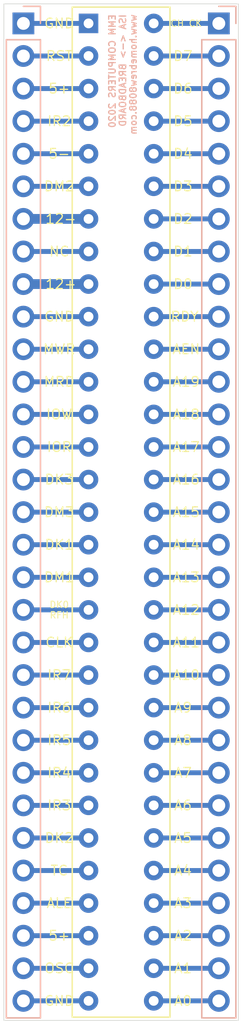
<source format=kicad_pcb>
(kicad_pcb (version 20171130) (host pcbnew "(5.1.8)-1")

  (general
    (thickness 1.6)
    (drawings 67)
    (tracks 62)
    (zones 0)
    (modules 3)
    (nets 63)
  )

  (page A4)
  (layers
    (0 F.Cu signal)
    (31 B.Cu signal)
    (32 B.Adhes user)
    (33 F.Adhes user)
    (34 B.Paste user)
    (35 F.Paste user)
    (36 B.SilkS user)
    (37 F.SilkS user)
    (38 B.Mask user)
    (39 F.Mask user)
    (40 Dwgs.User user)
    (41 Cmts.User user)
    (42 Eco1.User user)
    (43 Eco2.User user)
    (44 Edge.Cuts user)
    (45 Margin user)
    (46 B.CrtYd user)
    (47 F.CrtYd user)
    (48 B.Fab user)
    (49 F.Fab user)
  )

  (setup
    (last_trace_width 0.25)
    (trace_clearance 0.2)
    (zone_clearance 0.508)
    (zone_45_only no)
    (trace_min 0.2)
    (via_size 0.8)
    (via_drill 0.4)
    (via_min_size 0.4)
    (via_min_drill 0.3)
    (uvia_size 0.3)
    (uvia_drill 0.1)
    (uvias_allowed no)
    (uvia_min_size 0.2)
    (uvia_min_drill 0.1)
    (edge_width 0.05)
    (segment_width 0.2)
    (pcb_text_width 0.3)
    (pcb_text_size 1.5 1.5)
    (mod_edge_width 0.12)
    (mod_text_size 1 1)
    (mod_text_width 0.15)
    (pad_size 1.524 1.524)
    (pad_drill 0.762)
    (pad_to_mask_clearance 0)
    (aux_axis_origin 0 0)
    (visible_elements 7FFFFFFF)
    (pcbplotparams
      (layerselection 0x010fc_ffffffff)
      (usegerberextensions false)
      (usegerberattributes true)
      (usegerberadvancedattributes true)
      (creategerberjobfile true)
      (excludeedgelayer true)
      (linewidth 0.100000)
      (plotframeref false)
      (viasonmask false)
      (mode 1)
      (useauxorigin false)
      (hpglpennumber 1)
      (hpglpenspeed 20)
      (hpglpendiameter 15.000000)
      (psnegative false)
      (psa4output false)
      (plotreference true)
      (plotvalue true)
      (plotinvisibletext false)
      (padsonsilk false)
      (subtractmaskfromsilk false)
      (outputformat 1)
      (mirror false)
      (drillshape 0)
      (scaleselection 1)
      (outputdirectory "Gerber/"))
  )

  (net 0 "")
  (net 1 "Net-(J1-Pad31)")
  (net 2 "Net-(J1-Pad30)")
  (net 3 "Net-(J1-Pad29)")
  (net 4 "Net-(J1-Pad28)")
  (net 5 "Net-(J1-Pad27)")
  (net 6 "Net-(J1-Pad26)")
  (net 7 "Net-(J1-Pad25)")
  (net 8 "Net-(J1-Pad24)")
  (net 9 "Net-(J1-Pad23)")
  (net 10 "Net-(J1-Pad22)")
  (net 11 "Net-(J1-Pad21)")
  (net 12 "Net-(J1-Pad20)")
  (net 13 "Net-(J1-Pad19)")
  (net 14 "Net-(J1-Pad18)")
  (net 15 "Net-(J1-Pad17)")
  (net 16 "Net-(J1-Pad16)")
  (net 17 "Net-(J1-Pad15)")
  (net 18 "Net-(J1-Pad14)")
  (net 19 "Net-(J1-Pad13)")
  (net 20 "Net-(J1-Pad12)")
  (net 21 "Net-(J1-Pad11)")
  (net 22 "Net-(J1-Pad10)")
  (net 23 "Net-(J1-Pad9)")
  (net 24 "Net-(J1-Pad8)")
  (net 25 "Net-(J1-Pad7)")
  (net 26 "Net-(J1-Pad6)")
  (net 27 "Net-(J1-Pad5)")
  (net 28 "Net-(J1-Pad4)")
  (net 29 "Net-(J1-Pad3)")
  (net 30 "Net-(J1-Pad2)")
  (net 31 "Net-(J1-Pad1)")
  (net 32 "Net-(J2-Pad32)")
  (net 33 "Net-(J2-Pad33)")
  (net 34 "Net-(J2-Pad34)")
  (net 35 "Net-(J2-Pad35)")
  (net 36 "Net-(J2-Pad36)")
  (net 37 "Net-(J2-Pad37)")
  (net 38 "Net-(J2-Pad38)")
  (net 39 "Net-(J2-Pad39)")
  (net 40 "Net-(J2-Pad40)")
  (net 41 "Net-(J2-Pad41)")
  (net 42 "Net-(J2-Pad42)")
  (net 43 "Net-(J2-Pad43)")
  (net 44 "Net-(J2-Pad44)")
  (net 45 "Net-(J2-Pad45)")
  (net 46 "Net-(J2-Pad46)")
  (net 47 "Net-(J2-Pad47)")
  (net 48 "Net-(J2-Pad48)")
  (net 49 "Net-(J2-Pad49)")
  (net 50 "Net-(J2-Pad50)")
  (net 51 "Net-(J2-Pad51)")
  (net 52 "Net-(J2-Pad52)")
  (net 53 "Net-(J2-Pad53)")
  (net 54 "Net-(J2-Pad54)")
  (net 55 "Net-(J2-Pad55)")
  (net 56 "Net-(J2-Pad56)")
  (net 57 "Net-(J2-Pad57)")
  (net 58 "Net-(J2-Pad58)")
  (net 59 "Net-(J2-Pad59)")
  (net 60 "Net-(J2-Pad60)")
  (net 61 "Net-(J2-Pad61)")
  (net 62 "Net-(J2-Pad62)")

  (net_class Default "This is the default net class."
    (clearance 0.2)
    (trace_width 0.25)
    (via_dia 0.8)
    (via_drill 0.4)
    (uvia_dia 0.3)
    (uvia_drill 0.1)
    (add_net "Net-(J1-Pad1)")
    (add_net "Net-(J1-Pad10)")
    (add_net "Net-(J1-Pad11)")
    (add_net "Net-(J1-Pad12)")
    (add_net "Net-(J1-Pad13)")
    (add_net "Net-(J1-Pad14)")
    (add_net "Net-(J1-Pad15)")
    (add_net "Net-(J1-Pad16)")
    (add_net "Net-(J1-Pad17)")
    (add_net "Net-(J1-Pad18)")
    (add_net "Net-(J1-Pad19)")
    (add_net "Net-(J1-Pad2)")
    (add_net "Net-(J1-Pad20)")
    (add_net "Net-(J1-Pad21)")
    (add_net "Net-(J1-Pad22)")
    (add_net "Net-(J1-Pad23)")
    (add_net "Net-(J1-Pad24)")
    (add_net "Net-(J1-Pad25)")
    (add_net "Net-(J1-Pad26)")
    (add_net "Net-(J1-Pad27)")
    (add_net "Net-(J1-Pad28)")
    (add_net "Net-(J1-Pad29)")
    (add_net "Net-(J1-Pad3)")
    (add_net "Net-(J1-Pad30)")
    (add_net "Net-(J1-Pad31)")
    (add_net "Net-(J1-Pad4)")
    (add_net "Net-(J1-Pad5)")
    (add_net "Net-(J1-Pad6)")
    (add_net "Net-(J1-Pad7)")
    (add_net "Net-(J1-Pad8)")
    (add_net "Net-(J1-Pad9)")
    (add_net "Net-(J2-Pad32)")
    (add_net "Net-(J2-Pad33)")
    (add_net "Net-(J2-Pad34)")
    (add_net "Net-(J2-Pad35)")
    (add_net "Net-(J2-Pad36)")
    (add_net "Net-(J2-Pad37)")
    (add_net "Net-(J2-Pad38)")
    (add_net "Net-(J2-Pad39)")
    (add_net "Net-(J2-Pad40)")
    (add_net "Net-(J2-Pad41)")
    (add_net "Net-(J2-Pad42)")
    (add_net "Net-(J2-Pad43)")
    (add_net "Net-(J2-Pad44)")
    (add_net "Net-(J2-Pad45)")
    (add_net "Net-(J2-Pad46)")
    (add_net "Net-(J2-Pad47)")
    (add_net "Net-(J2-Pad48)")
    (add_net "Net-(J2-Pad49)")
    (add_net "Net-(J2-Pad50)")
    (add_net "Net-(J2-Pad51)")
    (add_net "Net-(J2-Pad52)")
    (add_net "Net-(J2-Pad53)")
    (add_net "Net-(J2-Pad54)")
    (add_net "Net-(J2-Pad55)")
    (add_net "Net-(J2-Pad56)")
    (add_net "Net-(J2-Pad57)")
    (add_net "Net-(J2-Pad58)")
    (add_net "Net-(J2-Pad59)")
    (add_net "Net-(J2-Pad60)")
    (add_net "Net-(J2-Pad61)")
    (add_net "Net-(J2-Pad62)")
  )

  (module Connector_PinHeader_2.54mm:PinHeader_1x31_P2.54mm_Vertical (layer B.Cu) (tedit 59FED5CC) (tstamp 5FE7BBCB)
    (at 160.02 60.96 180)
    (descr "Through hole straight pin header, 1x31, 2.54mm pitch, single row")
    (tags "Through hole pin header THT 1x31 2.54mm single row")
    (path /5FE7815E)
    (fp_text reference J1 (at 0 2.33) (layer B.SilkS) hide
      (effects (font (size 1 1) (thickness 0.15)) (justify mirror))
    )
    (fp_text value Conn_01x31 (at 0 -78.53) (layer B.Fab) hide
      (effects (font (size 1 1) (thickness 0.15)) (justify mirror))
    )
    (fp_line (start 1.8 1.8) (end -1.8 1.8) (layer B.CrtYd) (width 0.05))
    (fp_line (start 1.8 -78) (end 1.8 1.8) (layer B.CrtYd) (width 0.05))
    (fp_line (start -1.8 -78) (end 1.8 -78) (layer B.CrtYd) (width 0.05))
    (fp_line (start -1.8 1.8) (end -1.8 -78) (layer B.CrtYd) (width 0.05))
    (fp_line (start -1.33 1.33) (end 0 1.33) (layer B.SilkS) (width 0.12))
    (fp_line (start -1.33 0) (end -1.33 1.33) (layer B.SilkS) (width 0.12))
    (fp_line (start -1.33 -1.27) (end 1.33 -1.27) (layer B.SilkS) (width 0.12))
    (fp_line (start 1.33 -1.27) (end 1.33 -77.53) (layer B.SilkS) (width 0.12))
    (fp_line (start -1.33 -1.27) (end -1.33 -77.53) (layer B.SilkS) (width 0.12))
    (fp_line (start -1.33 -77.53) (end 1.33 -77.53) (layer B.SilkS) (width 0.12))
    (fp_line (start -1.27 0.635) (end -0.635 1.27) (layer B.Fab) (width 0.1))
    (fp_line (start -1.27 -77.47) (end -1.27 0.635) (layer B.Fab) (width 0.1))
    (fp_line (start 1.27 -77.47) (end -1.27 -77.47) (layer B.Fab) (width 0.1))
    (fp_line (start 1.27 1.27) (end 1.27 -77.47) (layer B.Fab) (width 0.1))
    (fp_line (start -0.635 1.27) (end 1.27 1.27) (layer B.Fab) (width 0.1))
    (fp_text user %R (at 0 -38.1 270) (layer B.Fab) hide
      (effects (font (size 1 1) (thickness 0.15)) (justify mirror))
    )
    (pad 31 thru_hole oval (at 0 -76.2 180) (size 1.7 1.7) (drill 1) (layers *.Cu *.Mask)
      (net 1 "Net-(J1-Pad31)"))
    (pad 30 thru_hole oval (at 0 -73.66 180) (size 1.7 1.7) (drill 1) (layers *.Cu *.Mask)
      (net 2 "Net-(J1-Pad30)"))
    (pad 29 thru_hole oval (at 0 -71.12 180) (size 1.7 1.7) (drill 1) (layers *.Cu *.Mask)
      (net 3 "Net-(J1-Pad29)"))
    (pad 28 thru_hole oval (at 0 -68.58 180) (size 1.7 1.7) (drill 1) (layers *.Cu *.Mask)
      (net 4 "Net-(J1-Pad28)"))
    (pad 27 thru_hole oval (at 0 -66.04 180) (size 1.7 1.7) (drill 1) (layers *.Cu *.Mask)
      (net 5 "Net-(J1-Pad27)"))
    (pad 26 thru_hole oval (at 0 -63.5 180) (size 1.7 1.7) (drill 1) (layers *.Cu *.Mask)
      (net 6 "Net-(J1-Pad26)"))
    (pad 25 thru_hole oval (at 0 -60.96 180) (size 1.7 1.7) (drill 1) (layers *.Cu *.Mask)
      (net 7 "Net-(J1-Pad25)"))
    (pad 24 thru_hole oval (at 0 -58.42 180) (size 1.7 1.7) (drill 1) (layers *.Cu *.Mask)
      (net 8 "Net-(J1-Pad24)"))
    (pad 23 thru_hole oval (at 0 -55.88 180) (size 1.7 1.7) (drill 1) (layers *.Cu *.Mask)
      (net 9 "Net-(J1-Pad23)"))
    (pad 22 thru_hole oval (at 0 -53.34 180) (size 1.7 1.7) (drill 1) (layers *.Cu *.Mask)
      (net 10 "Net-(J1-Pad22)"))
    (pad 21 thru_hole oval (at 0 -50.8 180) (size 1.7 1.7) (drill 1) (layers *.Cu *.Mask)
      (net 11 "Net-(J1-Pad21)"))
    (pad 20 thru_hole oval (at 0 -48.26 180) (size 1.7 1.7) (drill 1) (layers *.Cu *.Mask)
      (net 12 "Net-(J1-Pad20)"))
    (pad 19 thru_hole oval (at 0 -45.72 180) (size 1.7 1.7) (drill 1) (layers *.Cu *.Mask)
      (net 13 "Net-(J1-Pad19)"))
    (pad 18 thru_hole oval (at 0 -43.18 180) (size 1.7 1.7) (drill 1) (layers *.Cu *.Mask)
      (net 14 "Net-(J1-Pad18)"))
    (pad 17 thru_hole oval (at 0 -40.64 180) (size 1.7 1.7) (drill 1) (layers *.Cu *.Mask)
      (net 15 "Net-(J1-Pad17)"))
    (pad 16 thru_hole oval (at 0 -38.1 180) (size 1.7 1.7) (drill 1) (layers *.Cu *.Mask)
      (net 16 "Net-(J1-Pad16)"))
    (pad 15 thru_hole oval (at 0 -35.56 180) (size 1.7 1.7) (drill 1) (layers *.Cu *.Mask)
      (net 17 "Net-(J1-Pad15)"))
    (pad 14 thru_hole oval (at 0 -33.02 180) (size 1.7 1.7) (drill 1) (layers *.Cu *.Mask)
      (net 18 "Net-(J1-Pad14)"))
    (pad 13 thru_hole oval (at 0 -30.48 180) (size 1.7 1.7) (drill 1) (layers *.Cu *.Mask)
      (net 19 "Net-(J1-Pad13)"))
    (pad 12 thru_hole oval (at 0 -27.94 180) (size 1.7 1.7) (drill 1) (layers *.Cu *.Mask)
      (net 20 "Net-(J1-Pad12)"))
    (pad 11 thru_hole oval (at 0 -25.4 180) (size 1.7 1.7) (drill 1) (layers *.Cu *.Mask)
      (net 21 "Net-(J1-Pad11)"))
    (pad 10 thru_hole oval (at 0 -22.86 180) (size 1.7 1.7) (drill 1) (layers *.Cu *.Mask)
      (net 22 "Net-(J1-Pad10)"))
    (pad 9 thru_hole oval (at 0 -20.32 180) (size 1.7 1.7) (drill 1) (layers *.Cu *.Mask)
      (net 23 "Net-(J1-Pad9)"))
    (pad 8 thru_hole oval (at 0 -17.78 180) (size 1.7 1.7) (drill 1) (layers *.Cu *.Mask)
      (net 24 "Net-(J1-Pad8)"))
    (pad 7 thru_hole oval (at 0 -15.24 180) (size 1.7 1.7) (drill 1) (layers *.Cu *.Mask)
      (net 25 "Net-(J1-Pad7)"))
    (pad 6 thru_hole oval (at 0 -12.7 180) (size 1.7 1.7) (drill 1) (layers *.Cu *.Mask)
      (net 26 "Net-(J1-Pad6)"))
    (pad 5 thru_hole oval (at 0 -10.16 180) (size 1.7 1.7) (drill 1) (layers *.Cu *.Mask)
      (net 27 "Net-(J1-Pad5)"))
    (pad 4 thru_hole oval (at 0 -7.62 180) (size 1.7 1.7) (drill 1) (layers *.Cu *.Mask)
      (net 28 "Net-(J1-Pad4)"))
    (pad 3 thru_hole oval (at 0 -5.08 180) (size 1.7 1.7) (drill 1) (layers *.Cu *.Mask)
      (net 29 "Net-(J1-Pad3)"))
    (pad 2 thru_hole oval (at 0 -2.54 180) (size 1.7 1.7) (drill 1) (layers *.Cu *.Mask)
      (net 30 "Net-(J1-Pad2)"))
    (pad 1 thru_hole rect (at 0 0 180) (size 1.7 1.7) (drill 1) (layers *.Cu *.Mask)
      (net 31 "Net-(J1-Pad1)"))
    (model ${KISYS3DMOD}/Connector_PinHeader_2.54mm.3dshapes/PinHeader_1x31_P2.54mm_Vertical.wrl
      (at (xyz 0 0 0))
      (scale (xyz 1 1 1))
      (rotate (xyz 0 0 0))
    )
  )

  (module Motherboard:8-bit-ISA (layer F.Cu) (tedit 5FB96B69) (tstamp 5FE7BC11)
    (at 165.1 60.96)
    (path /5FE75512)
    (fp_text reference J2 (at 1.27 -6.35) (layer F.SilkS) hide
      (effects (font (size 1 1) (thickness 0.15)))
    )
    (fp_text value Bus_ISA_8bit (at 2.54 -2.54) (layer F.Fab) hide
      (effects (font (size 1 1) (thickness 0.15)))
    )
    (fp_line (start -1.27 77.47) (end 6.35 77.47) (layer F.SilkS) (width 0.12))
    (fp_line (start 6.35 77.47) (end 6.35 -1.27) (layer F.SilkS) (width 0.12))
    (fp_line (start 6.35 -1.27) (end -1.27 -1.27) (layer F.SilkS) (width 0.12))
    (fp_line (start -1.27 -1.27) (end -1.27 77.47) (layer F.SilkS) (width 0.12))
    (pad 1 thru_hole rect (at 0 0) (size 1.524 1.524) (drill 0.762) (layers *.Cu *.Mask)
      (net 31 "Net-(J1-Pad1)"))
    (pad 2 thru_hole circle (at 0 2.54) (size 1.524 1.524) (drill 0.762) (layers *.Cu *.Mask)
      (net 30 "Net-(J1-Pad2)"))
    (pad 3 thru_hole circle (at 0 5.08) (size 1.524 1.524) (drill 0.762) (layers *.Cu *.Mask)
      (net 29 "Net-(J1-Pad3)"))
    (pad 4 thru_hole circle (at 0 7.62) (size 1.524 1.524) (drill 0.762) (layers *.Cu *.Mask)
      (net 28 "Net-(J1-Pad4)"))
    (pad 5 thru_hole circle (at 0 10.16) (size 1.524 1.524) (drill 0.762) (layers *.Cu *.Mask)
      (net 27 "Net-(J1-Pad5)"))
    (pad 6 thru_hole circle (at 0 12.7) (size 1.524 1.524) (drill 0.762) (layers *.Cu *.Mask)
      (net 26 "Net-(J1-Pad6)"))
    (pad 7 thru_hole circle (at 0 15.24) (size 1.524 1.524) (drill 0.762) (layers *.Cu *.Mask)
      (net 25 "Net-(J1-Pad7)"))
    (pad 8 thru_hole circle (at 0 17.78) (size 1.524 1.524) (drill 0.762) (layers *.Cu *.Mask)
      (net 24 "Net-(J1-Pad8)"))
    (pad 9 thru_hole circle (at 0 20.32) (size 1.524 1.524) (drill 0.762) (layers *.Cu *.Mask)
      (net 23 "Net-(J1-Pad9)"))
    (pad 10 thru_hole circle (at 0 22.86) (size 1.524 1.524) (drill 0.762) (layers *.Cu *.Mask)
      (net 22 "Net-(J1-Pad10)"))
    (pad 11 thru_hole circle (at 0 25.4) (size 1.524 1.524) (drill 0.762) (layers *.Cu *.Mask)
      (net 21 "Net-(J1-Pad11)"))
    (pad 12 thru_hole circle (at 0 27.94) (size 1.524 1.524) (drill 0.762) (layers *.Cu *.Mask)
      (net 20 "Net-(J1-Pad12)"))
    (pad 13 thru_hole circle (at 0 30.48) (size 1.524 1.524) (drill 0.762) (layers *.Cu *.Mask)
      (net 19 "Net-(J1-Pad13)"))
    (pad 14 thru_hole circle (at 0 33.02) (size 1.524 1.524) (drill 0.762) (layers *.Cu *.Mask)
      (net 18 "Net-(J1-Pad14)"))
    (pad 15 thru_hole circle (at 0 35.56) (size 1.524 1.524) (drill 0.762) (layers *.Cu *.Mask)
      (net 17 "Net-(J1-Pad15)"))
    (pad 16 thru_hole circle (at 0 38.1) (size 1.524 1.524) (drill 0.762) (layers *.Cu *.Mask)
      (net 16 "Net-(J1-Pad16)"))
    (pad 17 thru_hole circle (at 0 40.64) (size 1.524 1.524) (drill 0.762) (layers *.Cu *.Mask)
      (net 15 "Net-(J1-Pad17)"))
    (pad 18 thru_hole circle (at 0 43.18) (size 1.524 1.524) (drill 0.762) (layers *.Cu *.Mask)
      (net 14 "Net-(J1-Pad18)"))
    (pad 19 thru_hole circle (at 0 45.72) (size 1.524 1.524) (drill 0.762) (layers *.Cu *.Mask)
      (net 13 "Net-(J1-Pad19)"))
    (pad 20 thru_hole circle (at 0 48.26) (size 1.524 1.524) (drill 0.762) (layers *.Cu *.Mask)
      (net 12 "Net-(J1-Pad20)"))
    (pad 21 thru_hole circle (at 0 50.8) (size 1.524 1.524) (drill 0.762) (layers *.Cu *.Mask)
      (net 11 "Net-(J1-Pad21)"))
    (pad 22 thru_hole circle (at 0 53.34) (size 1.524 1.524) (drill 0.762) (layers *.Cu *.Mask)
      (net 10 "Net-(J1-Pad22)"))
    (pad 23 thru_hole circle (at 0 55.88) (size 1.524 1.524) (drill 0.762) (layers *.Cu *.Mask)
      (net 9 "Net-(J1-Pad23)"))
    (pad 24 thru_hole circle (at 0 58.42) (size 1.524 1.524) (drill 0.762) (layers *.Cu *.Mask)
      (net 8 "Net-(J1-Pad24)"))
    (pad 25 thru_hole circle (at 0 60.96) (size 1.524 1.524) (drill 0.762) (layers *.Cu *.Mask)
      (net 7 "Net-(J1-Pad25)"))
    (pad 26 thru_hole circle (at 0 63.5) (size 1.524 1.524) (drill 0.762) (layers *.Cu *.Mask)
      (net 6 "Net-(J1-Pad26)"))
    (pad 27 thru_hole circle (at 0 66.04) (size 1.524 1.524) (drill 0.762) (layers *.Cu *.Mask)
      (net 5 "Net-(J1-Pad27)"))
    (pad 28 thru_hole circle (at 0 68.58) (size 1.524 1.524) (drill 0.762) (layers *.Cu *.Mask)
      (net 4 "Net-(J1-Pad28)"))
    (pad 29 thru_hole circle (at 0 71.12) (size 1.524 1.524) (drill 0.762) (layers *.Cu *.Mask)
      (net 3 "Net-(J1-Pad29)"))
    (pad 30 thru_hole circle (at 0 73.66) (size 1.524 1.524) (drill 0.762) (layers *.Cu *.Mask)
      (net 2 "Net-(J1-Pad30)"))
    (pad 31 thru_hole circle (at 0 76.2) (size 1.524 1.524) (drill 0.762) (layers *.Cu *.Mask)
      (net 1 "Net-(J1-Pad31)"))
    (pad 32 thru_hole circle (at 5.08 0) (size 1.524 1.524) (drill 0.762) (layers *.Cu *.Mask)
      (net 32 "Net-(J2-Pad32)"))
    (pad 33 thru_hole circle (at 5.08 2.54) (size 1.524 1.524) (drill 0.762) (layers *.Cu *.Mask)
      (net 33 "Net-(J2-Pad33)"))
    (pad 34 thru_hole circle (at 5.08 5.08) (size 1.524 1.524) (drill 0.762) (layers *.Cu *.Mask)
      (net 34 "Net-(J2-Pad34)"))
    (pad 35 thru_hole circle (at 5.08 7.62) (size 1.524 1.524) (drill 0.762) (layers *.Cu *.Mask)
      (net 35 "Net-(J2-Pad35)"))
    (pad 36 thru_hole circle (at 5.08 10.16) (size 1.524 1.524) (drill 0.762) (layers *.Cu *.Mask)
      (net 36 "Net-(J2-Pad36)"))
    (pad 37 thru_hole circle (at 5.08 12.7) (size 1.524 1.524) (drill 0.762) (layers *.Cu *.Mask)
      (net 37 "Net-(J2-Pad37)"))
    (pad 38 thru_hole circle (at 5.08 15.24) (size 1.524 1.524) (drill 0.762) (layers *.Cu *.Mask)
      (net 38 "Net-(J2-Pad38)"))
    (pad 39 thru_hole circle (at 5.08 17.78) (size 1.524 1.524) (drill 0.762) (layers *.Cu *.Mask)
      (net 39 "Net-(J2-Pad39)"))
    (pad 40 thru_hole circle (at 5.08 20.32) (size 1.524 1.524) (drill 0.762) (layers *.Cu *.Mask)
      (net 40 "Net-(J2-Pad40)"))
    (pad 41 thru_hole circle (at 5.08 22.86) (size 1.524 1.524) (drill 0.762) (layers *.Cu *.Mask)
      (net 41 "Net-(J2-Pad41)"))
    (pad 42 thru_hole circle (at 5.08 25.4) (size 1.524 1.524) (drill 0.762) (layers *.Cu *.Mask)
      (net 42 "Net-(J2-Pad42)"))
    (pad 43 thru_hole circle (at 5.08 27.94) (size 1.524 1.524) (drill 0.762) (layers *.Cu *.Mask)
      (net 43 "Net-(J2-Pad43)"))
    (pad 44 thru_hole circle (at 5.08 30.48) (size 1.524 1.524) (drill 0.762) (layers *.Cu *.Mask)
      (net 44 "Net-(J2-Pad44)"))
    (pad 45 thru_hole circle (at 5.08 33.02) (size 1.524 1.524) (drill 0.762) (layers *.Cu *.Mask)
      (net 45 "Net-(J2-Pad45)"))
    (pad 46 thru_hole circle (at 5.08 35.56) (size 1.524 1.524) (drill 0.762) (layers *.Cu *.Mask)
      (net 46 "Net-(J2-Pad46)"))
    (pad 47 thru_hole circle (at 5.08 38.1) (size 1.524 1.524) (drill 0.762) (layers *.Cu *.Mask)
      (net 47 "Net-(J2-Pad47)"))
    (pad 48 thru_hole circle (at 5.08 40.64) (size 1.524 1.524) (drill 0.762) (layers *.Cu *.Mask)
      (net 48 "Net-(J2-Pad48)"))
    (pad 49 thru_hole circle (at 5.08 43.18) (size 1.524 1.524) (drill 0.762) (layers *.Cu *.Mask)
      (net 49 "Net-(J2-Pad49)"))
    (pad 50 thru_hole circle (at 5.08 45.72) (size 1.524 1.524) (drill 0.762) (layers *.Cu *.Mask)
      (net 50 "Net-(J2-Pad50)"))
    (pad 51 thru_hole circle (at 5.08 48.26) (size 1.524 1.524) (drill 0.762) (layers *.Cu *.Mask)
      (net 51 "Net-(J2-Pad51)"))
    (pad 52 thru_hole circle (at 5.08 50.8) (size 1.524 1.524) (drill 0.762) (layers *.Cu *.Mask)
      (net 52 "Net-(J2-Pad52)"))
    (pad 53 thru_hole circle (at 5.08 53.34) (size 1.524 1.524) (drill 0.762) (layers *.Cu *.Mask)
      (net 53 "Net-(J2-Pad53)"))
    (pad 54 thru_hole circle (at 5.08 55.88) (size 1.524 1.524) (drill 0.762) (layers *.Cu *.Mask)
      (net 54 "Net-(J2-Pad54)"))
    (pad 55 thru_hole circle (at 5.08 58.42) (size 1.524 1.524) (drill 0.762) (layers *.Cu *.Mask)
      (net 55 "Net-(J2-Pad55)"))
    (pad 56 thru_hole circle (at 5.08 60.96) (size 1.524 1.524) (drill 0.762) (layers *.Cu *.Mask)
      (net 56 "Net-(J2-Pad56)"))
    (pad 57 thru_hole circle (at 5.08 63.5) (size 1.524 1.524) (drill 0.762) (layers *.Cu *.Mask)
      (net 57 "Net-(J2-Pad57)"))
    (pad 58 thru_hole circle (at 5.08 66.04) (size 1.524 1.524) (drill 0.762) (layers *.Cu *.Mask)
      (net 58 "Net-(J2-Pad58)"))
    (pad 59 thru_hole circle (at 5.08 68.58) (size 1.524 1.524) (drill 0.762) (layers *.Cu *.Mask)
      (net 59 "Net-(J2-Pad59)"))
    (pad 60 thru_hole circle (at 5.08 71.12) (size 1.524 1.524) (drill 0.762) (layers *.Cu *.Mask)
      (net 60 "Net-(J2-Pad60)"))
    (pad 61 thru_hole circle (at 5.08 73.66) (size 1.524 1.524) (drill 0.762) (layers *.Cu *.Mask)
      (net 61 "Net-(J2-Pad61)"))
    (pad 62 thru_hole circle (at 5.08 76.2) (size 1.524 1.524) (drill 0.762) (layers *.Cu *.Mask)
      (net 62 "Net-(J2-Pad62)"))
  )

  (module Connector_PinHeader_2.54mm:PinHeader_1x31_P2.54mm_Vertical (layer B.Cu) (tedit 59FED5CC) (tstamp 5FE7BC44)
    (at 175.26 60.96 180)
    (descr "Through hole straight pin header, 1x31, 2.54mm pitch, single row")
    (tags "Through hole pin header THT 1x31 2.54mm single row")
    (path /5FE76991)
    (fp_text reference J3 (at 0 2.33) (layer B.SilkS) hide
      (effects (font (size 1 1) (thickness 0.15)) (justify mirror))
    )
    (fp_text value Conn_01x31 (at 0 -78.53) (layer B.Fab) hide
      (effects (font (size 1 1) (thickness 0.15)) (justify mirror))
    )
    (fp_line (start -0.635 1.27) (end 1.27 1.27) (layer B.Fab) (width 0.1))
    (fp_line (start 1.27 1.27) (end 1.27 -77.47) (layer B.Fab) (width 0.1))
    (fp_line (start 1.27 -77.47) (end -1.27 -77.47) (layer B.Fab) (width 0.1))
    (fp_line (start -1.27 -77.47) (end -1.27 0.635) (layer B.Fab) (width 0.1))
    (fp_line (start -1.27 0.635) (end -0.635 1.27) (layer B.Fab) (width 0.1))
    (fp_line (start -1.33 -77.53) (end 1.33 -77.53) (layer B.SilkS) (width 0.12))
    (fp_line (start -1.33 -1.27) (end -1.33 -77.53) (layer B.SilkS) (width 0.12))
    (fp_line (start 1.33 -1.27) (end 1.33 -77.53) (layer B.SilkS) (width 0.12))
    (fp_line (start -1.33 -1.27) (end 1.33 -1.27) (layer B.SilkS) (width 0.12))
    (fp_line (start -1.33 0) (end -1.33 1.33) (layer B.SilkS) (width 0.12))
    (fp_line (start -1.33 1.33) (end 0 1.33) (layer B.SilkS) (width 0.12))
    (fp_line (start -1.8 1.8) (end -1.8 -78) (layer B.CrtYd) (width 0.05))
    (fp_line (start -1.8 -78) (end 1.8 -78) (layer B.CrtYd) (width 0.05))
    (fp_line (start 1.8 -78) (end 1.8 1.8) (layer B.CrtYd) (width 0.05))
    (fp_line (start 1.8 1.8) (end -1.8 1.8) (layer B.CrtYd) (width 0.05))
    (fp_text user %R (at 0 -38.1 270) (layer B.Fab) hide
      (effects (font (size 1 1) (thickness 0.15)) (justify mirror))
    )
    (pad 1 thru_hole rect (at 0 0 180) (size 1.7 1.7) (drill 1) (layers *.Cu *.Mask)
      (net 32 "Net-(J2-Pad32)"))
    (pad 2 thru_hole oval (at 0 -2.54 180) (size 1.7 1.7) (drill 1) (layers *.Cu *.Mask)
      (net 33 "Net-(J2-Pad33)"))
    (pad 3 thru_hole oval (at 0 -5.08 180) (size 1.7 1.7) (drill 1) (layers *.Cu *.Mask)
      (net 34 "Net-(J2-Pad34)"))
    (pad 4 thru_hole oval (at 0 -7.62 180) (size 1.7 1.7) (drill 1) (layers *.Cu *.Mask)
      (net 35 "Net-(J2-Pad35)"))
    (pad 5 thru_hole oval (at 0 -10.16 180) (size 1.7 1.7) (drill 1) (layers *.Cu *.Mask)
      (net 36 "Net-(J2-Pad36)"))
    (pad 6 thru_hole oval (at 0 -12.7 180) (size 1.7 1.7) (drill 1) (layers *.Cu *.Mask)
      (net 37 "Net-(J2-Pad37)"))
    (pad 7 thru_hole oval (at 0 -15.24 180) (size 1.7 1.7) (drill 1) (layers *.Cu *.Mask)
      (net 38 "Net-(J2-Pad38)"))
    (pad 8 thru_hole oval (at 0 -17.78 180) (size 1.7 1.7) (drill 1) (layers *.Cu *.Mask)
      (net 39 "Net-(J2-Pad39)"))
    (pad 9 thru_hole oval (at 0 -20.32 180) (size 1.7 1.7) (drill 1) (layers *.Cu *.Mask)
      (net 40 "Net-(J2-Pad40)"))
    (pad 10 thru_hole oval (at 0 -22.86 180) (size 1.7 1.7) (drill 1) (layers *.Cu *.Mask)
      (net 41 "Net-(J2-Pad41)"))
    (pad 11 thru_hole oval (at 0 -25.4 180) (size 1.7 1.7) (drill 1) (layers *.Cu *.Mask)
      (net 42 "Net-(J2-Pad42)"))
    (pad 12 thru_hole oval (at 0 -27.94 180) (size 1.7 1.7) (drill 1) (layers *.Cu *.Mask)
      (net 43 "Net-(J2-Pad43)"))
    (pad 13 thru_hole oval (at 0 -30.48 180) (size 1.7 1.7) (drill 1) (layers *.Cu *.Mask)
      (net 44 "Net-(J2-Pad44)"))
    (pad 14 thru_hole oval (at 0 -33.02 180) (size 1.7 1.7) (drill 1) (layers *.Cu *.Mask)
      (net 45 "Net-(J2-Pad45)"))
    (pad 15 thru_hole oval (at 0 -35.56 180) (size 1.7 1.7) (drill 1) (layers *.Cu *.Mask)
      (net 46 "Net-(J2-Pad46)"))
    (pad 16 thru_hole oval (at 0 -38.1 180) (size 1.7 1.7) (drill 1) (layers *.Cu *.Mask)
      (net 47 "Net-(J2-Pad47)"))
    (pad 17 thru_hole oval (at 0 -40.64 180) (size 1.7 1.7) (drill 1) (layers *.Cu *.Mask)
      (net 48 "Net-(J2-Pad48)"))
    (pad 18 thru_hole oval (at 0 -43.18 180) (size 1.7 1.7) (drill 1) (layers *.Cu *.Mask)
      (net 49 "Net-(J2-Pad49)"))
    (pad 19 thru_hole oval (at 0 -45.72 180) (size 1.7 1.7) (drill 1) (layers *.Cu *.Mask)
      (net 50 "Net-(J2-Pad50)"))
    (pad 20 thru_hole oval (at 0 -48.26 180) (size 1.7 1.7) (drill 1) (layers *.Cu *.Mask)
      (net 51 "Net-(J2-Pad51)"))
    (pad 21 thru_hole oval (at 0 -50.8 180) (size 1.7 1.7) (drill 1) (layers *.Cu *.Mask)
      (net 52 "Net-(J2-Pad52)"))
    (pad 22 thru_hole oval (at 0 -53.34 180) (size 1.7 1.7) (drill 1) (layers *.Cu *.Mask)
      (net 53 "Net-(J2-Pad53)"))
    (pad 23 thru_hole oval (at 0 -55.88 180) (size 1.7 1.7) (drill 1) (layers *.Cu *.Mask)
      (net 54 "Net-(J2-Pad54)"))
    (pad 24 thru_hole oval (at 0 -58.42 180) (size 1.7 1.7) (drill 1) (layers *.Cu *.Mask)
      (net 55 "Net-(J2-Pad55)"))
    (pad 25 thru_hole oval (at 0 -60.96 180) (size 1.7 1.7) (drill 1) (layers *.Cu *.Mask)
      (net 56 "Net-(J2-Pad56)"))
    (pad 26 thru_hole oval (at 0 -63.5 180) (size 1.7 1.7) (drill 1) (layers *.Cu *.Mask)
      (net 57 "Net-(J2-Pad57)"))
    (pad 27 thru_hole oval (at 0 -66.04 180) (size 1.7 1.7) (drill 1) (layers *.Cu *.Mask)
      (net 58 "Net-(J2-Pad58)"))
    (pad 28 thru_hole oval (at 0 -68.58 180) (size 1.7 1.7) (drill 1) (layers *.Cu *.Mask)
      (net 59 "Net-(J2-Pad59)"))
    (pad 29 thru_hole oval (at 0 -71.12 180) (size 1.7 1.7) (drill 1) (layers *.Cu *.Mask)
      (net 60 "Net-(J2-Pad60)"))
    (pad 30 thru_hole oval (at 0 -73.66 180) (size 1.7 1.7) (drill 1) (layers *.Cu *.Mask)
      (net 61 "Net-(J2-Pad61)"))
    (pad 31 thru_hole oval (at 0 -76.2 180) (size 1.7 1.7) (drill 1) (layers *.Cu *.Mask)
      (net 62 "Net-(J2-Pad62)"))
    (model ${KISYS3DMOD}/Connector_PinHeader_2.54mm.3dshapes/PinHeader_1x31_P2.54mm_Vertical.wrl
      (at (xyz 0 0 0))
      (scale (xyz 1 1 1))
      (rotate (xyz 0 0 0))
    )
  )

  (gr_text "EMM COMPUTERS 2020\nISA <-> BREADBOARD\nwww.homebrew8088.com" (at 167.767 60.198 90) (layer B.SilkS)
    (effects (font (size 0.508 0.508) (thickness 0.1016)) (justify left mirror))
  )
  (gr_text "CH CK" (at 172.72 60.96) (layer F.SilkS) (tstamp 5FE7C727)
    (effects (font (size 0.508 0.508) (thickness 0.0762)))
  )
  (gr_text GND (at 162.814 60.96) (layer F.SilkS) (tstamp 5FE7C727)
    (effects (font (size 0.762 0.762) (thickness 0.1016)))
  )
  (gr_text RST (at 162.814 63.5) (layer F.SilkS) (tstamp 5FE7C727)
    (effects (font (size 0.762 0.762) (thickness 0.1016)))
  )
  (gr_text 5+ (at 162.814 66.04) (layer F.SilkS) (tstamp 5FE7C727)
    (effects (font (size 0.762 0.762) (thickness 0.1016)))
  )
  (gr_text IR2 (at 162.814 68.58) (layer F.SilkS) (tstamp 5FE7C727)
    (effects (font (size 0.762 0.762) (thickness 0.1016)))
  )
  (gr_text 5- (at 162.814 71.12) (layer F.SilkS) (tstamp 5FE7C727)
    (effects (font (size 0.762 0.762) (thickness 0.1016)))
  )
  (gr_text DM2 (at 162.814 73.66) (layer F.SilkS) (tstamp 5FE7C727)
    (effects (font (size 0.762 0.762) (thickness 0.1016)))
  )
  (gr_text 12- (at 162.941 76.2) (layer F.SilkS) (tstamp 5FE7C727)
    (effects (font (size 0.762 0.762) (thickness 0.1016)))
  )
  (gr_text NC (at 162.814 78.74) (layer F.SilkS) (tstamp 5FE7C727)
    (effects (font (size 0.762 0.762) (thickness 0.1016)))
  )
  (gr_text 12+ (at 162.941 81.28) (layer F.SilkS) (tstamp 5FE7C727)
    (effects (font (size 0.762 0.762) (thickness 0.1016)))
  )
  (gr_text GND (at 162.814 83.82) (layer F.SilkS) (tstamp 5FE7C727)
    (effects (font (size 0.762 0.762) (thickness 0.1016)))
  )
  (gr_text MWR (at 162.814 86.36) (layer F.SilkS) (tstamp 5FE7C727)
    (effects (font (size 0.762 0.762) (thickness 0.1016)))
  )
  (gr_text MRD (at 162.814 88.9) (layer F.SilkS) (tstamp 5FE7C727)
    (effects (font (size 0.762 0.762) (thickness 0.1016)))
  )
  (gr_text IOW (at 162.814 91.44) (layer F.SilkS) (tstamp 5FE7C727)
    (effects (font (size 0.762 0.762) (thickness 0.1016)))
  )
  (gr_text IOR (at 162.814 93.98) (layer F.SilkS) (tstamp 5FE7C727)
    (effects (font (size 0.762 0.762) (thickness 0.1016)))
  )
  (gr_text DK3 (at 162.814 96.52) (layer F.SilkS) (tstamp 5FE7C727)
    (effects (font (size 0.762 0.762) (thickness 0.1016)))
  )
  (gr_text DM3 (at 162.814 99.06) (layer F.SilkS) (tstamp 5FE7C727)
    (effects (font (size 0.762 0.762) (thickness 0.1016)))
  )
  (gr_text DK1 (at 162.814 101.6) (layer F.SilkS) (tstamp 5FE7C727)
    (effects (font (size 0.762 0.762) (thickness 0.1016)))
  )
  (gr_text DM1 (at 162.814 104.14) (layer F.SilkS) (tstamp 5FE7C727)
    (effects (font (size 0.762 0.762) (thickness 0.1016)))
  )
  (gr_text "DK0\nRFH" (at 162.814 106.68) (layer F.SilkS) (tstamp 5FE7C727)
    (effects (font (size 0.508 0.508) (thickness 0.0762)))
  )
  (gr_text CLK (at 162.814 109.22) (layer F.SilkS) (tstamp 5FE7C727)
    (effects (font (size 0.762 0.762) (thickness 0.1016)))
  )
  (gr_text IR7 (at 162.814 111.76) (layer F.SilkS) (tstamp 5FE7C727)
    (effects (font (size 0.762 0.762) (thickness 0.1016)))
  )
  (gr_text IR6 (at 162.814 114.3) (layer F.SilkS) (tstamp 5FE7C727)
    (effects (font (size 0.762 0.762) (thickness 0.1016)))
  )
  (gr_text IR5 (at 162.814 116.84) (layer F.SilkS) (tstamp 5FE7C727)
    (effects (font (size 0.762 0.762) (thickness 0.1016)))
  )
  (gr_text IR4 (at 162.814 119.38) (layer F.SilkS) (tstamp 5FE7C727)
    (effects (font (size 0.762 0.762) (thickness 0.1016)))
  )
  (gr_text IR3 (at 162.814 121.92) (layer F.SilkS) (tstamp 5FE7C727)
    (effects (font (size 0.762 0.762) (thickness 0.1016)))
  )
  (gr_text DK2 (at 162.814 124.46) (layer F.SilkS) (tstamp 5FE7C727)
    (effects (font (size 0.762 0.762) (thickness 0.1016)))
  )
  (gr_text TC (at 162.814 127) (layer F.SilkS) (tstamp 5FE7C727)
    (effects (font (size 0.762 0.762) (thickness 0.1016)))
  )
  (gr_text ALE (at 162.814 129.54) (layer F.SilkS) (tstamp 5FE7C727)
    (effects (font (size 0.762 0.762) (thickness 0.1016)))
  )
  (gr_text 5+ (at 162.814 132.08) (layer F.SilkS) (tstamp 5FE7C727)
    (effects (font (size 0.762 0.762) (thickness 0.1016)))
  )
  (gr_text OSC (at 162.814 134.62) (layer F.SilkS) (tstamp 5FE7C727)
    (effects (font (size 0.762 0.762) (thickness 0.1016)))
  )
  (gr_text GND (at 162.814 137.16) (layer F.SilkS) (tstamp 5FE7C727)
    (effects (font (size 0.762 0.762) (thickness 0.1016)))
  )
  (gr_text A0 (at 172.466 137.16) (layer F.SilkS) (tstamp 5FE7C727)
    (effects (font (size 0.762 0.762) (thickness 0.1016)))
  )
  (gr_text A1 (at 172.466 134.62) (layer F.SilkS) (tstamp 5FE7C727)
    (effects (font (size 0.762 0.762) (thickness 0.1016)))
  )
  (gr_text A2 (at 172.466 132.08) (layer F.SilkS) (tstamp 5FE7C727)
    (effects (font (size 0.762 0.762) (thickness 0.1016)))
  )
  (gr_text A3 (at 172.466 129.54) (layer F.SilkS) (tstamp 5FE7C727)
    (effects (font (size 0.762 0.762) (thickness 0.1016)))
  )
  (gr_text A4 (at 172.466 127) (layer F.SilkS) (tstamp 5FE7C727)
    (effects (font (size 0.762 0.762) (thickness 0.1016)))
  )
  (gr_text A5 (at 172.466 124.46) (layer F.SilkS) (tstamp 5FE7C727)
    (effects (font (size 0.762 0.762) (thickness 0.1016)))
  )
  (gr_text A6 (at 172.466 121.92) (layer F.SilkS) (tstamp 5FE7C727)
    (effects (font (size 0.762 0.762) (thickness 0.1016)))
  )
  (gr_text A7 (at 172.466 119.38) (layer F.SilkS) (tstamp 5FE7C727)
    (effects (font (size 0.762 0.762) (thickness 0.1016)))
  )
  (gr_text A8 (at 172.466 116.84) (layer F.SilkS) (tstamp 5FE7C727)
    (effects (font (size 0.762 0.762) (thickness 0.1016)))
  )
  (gr_text A9 (at 172.466 114.3) (layer F.SilkS) (tstamp 5FE7C727)
    (effects (font (size 0.762 0.762) (thickness 0.1016)))
  )
  (gr_text A10 (at 172.72 111.76) (layer F.SilkS) (tstamp 5FE7C727)
    (effects (font (size 0.762 0.762) (thickness 0.1016)))
  )
  (gr_text A11 (at 172.72 109.22) (layer F.SilkS) (tstamp 5FE7C727)
    (effects (font (size 0.762 0.762) (thickness 0.1016)))
  )
  (gr_text A12 (at 172.72 106.68) (layer F.SilkS) (tstamp 5FE7C727)
    (effects (font (size 0.762 0.762) (thickness 0.1016)))
  )
  (gr_text A13 (at 172.72 104.14) (layer F.SilkS) (tstamp 5FE7C727)
    (effects (font (size 0.762 0.762) (thickness 0.1016)))
  )
  (gr_text A14 (at 172.72 101.6) (layer F.SilkS) (tstamp 5FE7C727)
    (effects (font (size 0.762 0.762) (thickness 0.1016)))
  )
  (gr_text A15 (at 172.72 99.06) (layer F.SilkS) (tstamp 5FE7C727)
    (effects (font (size 0.762 0.762) (thickness 0.1016)))
  )
  (gr_text A16 (at 172.72 96.52) (layer F.SilkS) (tstamp 5FE7C727)
    (effects (font (size 0.762 0.762) (thickness 0.1016)))
  )
  (gr_text A17 (at 172.72 93.98) (layer F.SilkS) (tstamp 5FE7C727)
    (effects (font (size 0.762 0.762) (thickness 0.1016)))
  )
  (gr_text A18 (at 172.72 91.44) (layer F.SilkS) (tstamp 5FE7C727)
    (effects (font (size 0.762 0.762) (thickness 0.1016)))
  )
  (gr_text A19 (at 172.72 88.9) (layer F.SilkS) (tstamp 5FE7C727)
    (effects (font (size 0.762 0.762) (thickness 0.1016)))
  )
  (gr_text AEN (at 172.72 86.36) (layer F.SilkS) (tstamp 5FE7C727)
    (effects (font (size 0.762 0.762) (thickness 0.1016)))
  )
  (gr_text RDY (at 172.593 83.82) (layer F.SilkS) (tstamp 5FE7C727)
    (effects (font (size 0.762 0.762) (thickness 0.1016)))
  )
  (gr_text D0 (at 172.466 81.28) (layer F.SilkS) (tstamp 5FE7C727)
    (effects (font (size 0.762 0.762) (thickness 0.1016)))
  )
  (gr_text D1 (at 172.466 78.74) (layer F.SilkS) (tstamp 5FE7C727)
    (effects (font (size 0.762 0.762) (thickness 0.1016)))
  )
  (gr_text D2 (at 172.466 76.2) (layer F.SilkS) (tstamp 5FE7C727)
    (effects (font (size 0.762 0.762) (thickness 0.1016)))
  )
  (gr_text D3 (at 172.466 73.66) (layer F.SilkS) (tstamp 5FE7C727)
    (effects (font (size 0.762 0.762) (thickness 0.1016)))
  )
  (gr_text D4 (at 172.466 71.12) (layer F.SilkS) (tstamp 5FE7C727)
    (effects (font (size 0.762 0.762) (thickness 0.1016)))
  )
  (gr_text D5 (at 172.466 68.58) (layer F.SilkS) (tstamp 5FE7C727)
    (effects (font (size 0.762 0.762) (thickness 0.1016)))
  )
  (gr_text D6 (at 172.466 66.04) (layer F.SilkS) (tstamp 5FE7C727)
    (effects (font (size 0.762 0.762) (thickness 0.1016)))
  )
  (gr_line (start 158.496 59.436) (end 158.496 138.684) (layer Edge.Cuts) (width 0.05) (tstamp 5FE7C540))
  (gr_line (start 176.784 59.436) (end 158.496 59.436) (layer Edge.Cuts) (width 0.05))
  (gr_line (start 176.784 138.684) (end 176.784 59.436) (layer Edge.Cuts) (width 0.05))
  (gr_line (start 158.496 138.684) (end 176.784 138.684) (layer Edge.Cuts) (width 0.05))
  (gr_text D7 (at 172.466 63.5) (layer F.SilkS)
    (effects (font (size 0.762 0.762) (thickness 0.1016)))
  )

  (segment (start 160.02 137.16) (end 165.1 137.16) (width 0.381) (layer B.Cu) (net 1) (tstamp 5FE7CB50))
  (segment (start 160.02 134.62) (end 165.1 134.62) (width 0.381) (layer B.Cu) (net 2) (tstamp 5FE7CB4B))
  (segment (start 160.02 132.08) (end 165.1 132.08) (width 0.381) (layer B.Cu) (net 3) (tstamp 5FE7CB4D))
  (segment (start 160.02 129.54) (end 165.1 129.54) (width 0.381) (layer B.Cu) (net 4) (tstamp 5FE7CB00))
  (segment (start 160.02 127) (end 165.1 127) (width 0.381) (layer B.Cu) (net 5) (tstamp 5FE7CAFA))
  (segment (start 160.02 124.46) (end 165.1 124.46) (width 0.381) (layer B.Cu) (net 6) (tstamp 5FE7CAFD))
  (segment (start 160.02 121.92) (end 165.1 121.92) (width 0.381) (layer B.Cu) (net 7) (tstamp 5FE7CAFE))
  (segment (start 160.02 119.38) (end 165.1 119.38) (width 0.381) (layer B.Cu) (net 8) (tstamp 5FE7CADA))
  (segment (start 160.02 116.84) (end 165.1 116.84) (width 0.381) (layer B.Cu) (net 9) (tstamp 5FE7CAD9))
  (segment (start 160.02 114.3) (end 165.1 114.3) (width 0.381) (layer B.Cu) (net 10) (tstamp 5FE7CAE0))
  (segment (start 160.02 111.76) (end 165.1 111.76) (width 0.381) (layer B.Cu) (net 11) (tstamp 5FE7CADD))
  (segment (start 159.893 109.22) (end 164.973 109.22) (width 0.381) (layer B.Cu) (net 12) (tstamp 5FE7CAC8))
  (segment (start 159.893 106.68) (end 164.973 106.68) (width 0.381) (layer B.Cu) (net 13) (tstamp 5FE7CAC5))
  (segment (start 159.893 104.14) (end 164.973 104.14) (width 0.381) (layer B.Cu) (net 14) (tstamp 5FE7CAC4))
  (segment (start 159.893 101.6) (end 164.973 101.6) (width 0.381) (layer B.Cu) (net 15) (tstamp 5FE7CAC2))
  (segment (start 159.893 99.06) (end 164.973 99.06) (width 0.381) (layer B.Cu) (net 16) (tstamp 5FE7CAB0))
  (segment (start 159.893 96.52) (end 164.973 96.52) (width 0.381) (layer B.Cu) (net 17) (tstamp 5FE7CAAB))
  (segment (start 159.893 93.98) (end 164.973 93.98) (width 0.381) (layer B.Cu) (net 18) (tstamp 5FE7CAAE))
  (segment (start 159.893 91.44) (end 164.973 91.44) (width 0.381) (layer B.Cu) (net 19) (tstamp 5FE7CAAF))
  (segment (start 160.02 88.9) (end 165.1 88.9) (width 0.381) (layer B.Cu) (net 20) (tstamp 5FE7CA94))
  (segment (start 160.02 86.36) (end 165.1 86.36) (width 0.381) (layer B.Cu) (net 21) (tstamp 5FE7CA95))
  (segment (start 160.02 83.82) (end 165.1 83.82) (width 0.381) (layer B.Cu) (net 22) (tstamp 5FE7CA97))
  (segment (start 160.02 81.28) (end 165.1 81.28) (width 0.762) (layer B.Cu) (net 23) (tstamp 5FE7CA96))
  (segment (start 160.02 78.74) (end 165.1 78.74) (width 0.381) (layer B.Cu) (net 24) (tstamp 5FE7CA7A))
  (segment (start 160.02 76.2) (end 165.1 76.2) (width 0.762) (layer B.Cu) (net 25) (tstamp 5FE7CA7C))
  (segment (start 160.02 73.66) (end 165.1 73.66) (width 0.381) (layer B.Cu) (net 26) (tstamp 5FE7CA7B))
  (segment (start 160.02 71.12) (end 165.1 71.12) (width 0.381) (layer B.Cu) (net 27) (tstamp 5FE7CA80))
  (segment (start 160.02 68.58) (end 165.1 68.58) (width 0.381) (layer B.Cu) (net 28) (tstamp 5FE7CA38))
  (segment (start 160.02 66.04) (end 165.1 66.04) (width 0.381) (layer B.Cu) (net 29) (tstamp 5FE7CA3A))
  (segment (start 160.02 63.5) (end 165.1 63.5) (width 0.381) (layer B.Cu) (net 30) (tstamp 5FE7CA31))
  (segment (start 160.02 60.96) (end 165.1 60.96) (width 0.381) (layer B.Cu) (net 31) (tstamp 5FE7CA2E))
  (segment (start 170.18 60.96) (end 175.26 60.96) (width 0.381) (layer B.Cu) (net 32))
  (segment (start 170.18 63.5) (end 175.26 63.5) (width 0.381) (layer B.Cu) (net 33) (tstamp 5FE7CA2B))
  (segment (start 170.18 66.04) (end 175.26 66.04) (width 0.381) (layer B.Cu) (net 34) (tstamp 5FE7CA39))
  (segment (start 170.18 68.58) (end 175.26 68.58) (width 0.381) (layer B.Cu) (net 35) (tstamp 5FE7CA37))
  (segment (start 170.18 71.12) (end 175.26 71.12) (width 0.381) (layer B.Cu) (net 36) (tstamp 5FE7CA7E))
  (segment (start 170.18 73.66) (end 175.26 73.66) (width 0.381) (layer B.Cu) (net 37) (tstamp 5FE7CA79))
  (segment (start 170.18 76.2) (end 175.26 76.2) (width 0.381) (layer B.Cu) (net 38) (tstamp 5FE7CA7F))
  (segment (start 170.18 78.74) (end 175.26 78.74) (width 0.381) (layer B.Cu) (net 39) (tstamp 5FE7CA7D))
  (segment (start 170.18 81.28) (end 175.26 81.28) (width 0.381) (layer B.Cu) (net 40) (tstamp 5FE7CA98))
  (segment (start 170.18 83.82) (end 175.26 83.82) (width 0.381) (layer B.Cu) (net 41) (tstamp 5FE7CA91))
  (segment (start 170.18 86.36) (end 175.26 86.36) (width 0.381) (layer B.Cu) (net 42) (tstamp 5FE7CA93))
  (segment (start 170.18 88.9) (end 175.26 88.9) (width 0.381) (layer B.Cu) (net 43) (tstamp 5FE7CA92))
  (segment (start 170.053 91.44) (end 175.133 91.44) (width 0.381) (layer B.Cu) (net 44) (tstamp 5FE7CAAA))
  (segment (start 170.053 93.98) (end 175.133 93.98) (width 0.381) (layer B.Cu) (net 45) (tstamp 5FE7CAA9))
  (segment (start 170.053 96.52) (end 175.133 96.52) (width 0.381) (layer B.Cu) (net 46) (tstamp 5FE7CAAD))
  (segment (start 170.053 99.06) (end 175.133 99.06) (width 0.381) (layer B.Cu) (net 47) (tstamp 5FE7CAAC))
  (segment (start 170.053 101.6) (end 175.133 101.6) (width 0.381) (layer B.Cu) (net 48) (tstamp 5FE7CAC1))
  (segment (start 170.053 104.14) (end 175.133 104.14) (width 0.381) (layer B.Cu) (net 49) (tstamp 5FE7CAC3))
  (segment (start 170.053 106.68) (end 175.133 106.68) (width 0.381) (layer B.Cu) (net 50) (tstamp 5FE7CAC7))
  (segment (start 170.053 109.22) (end 175.133 109.22) (width 0.381) (layer B.Cu) (net 51) (tstamp 5FE7CAC6))
  (segment (start 170.18 111.76) (end 175.26 111.76) (width 0.381) (layer B.Cu) (net 52) (tstamp 5FE7CADF))
  (segment (start 170.18 114.3) (end 175.26 114.3) (width 0.381) (layer B.Cu) (net 53) (tstamp 5FE7CADE))
  (segment (start 170.18 116.84) (end 175.26 116.84) (width 0.381) (layer B.Cu) (net 54) (tstamp 5FE7CADB))
  (segment (start 170.18 119.38) (end 175.26 119.38) (width 0.381) (layer B.Cu) (net 55) (tstamp 5FE7CADC))
  (segment (start 170.18 121.92) (end 175.26 121.92) (width 0.381) (layer B.Cu) (net 56) (tstamp 5FE7CAF9))
  (segment (start 170.18 124.46) (end 175.26 124.46) (width 0.381) (layer B.Cu) (net 57) (tstamp 5FE7CAFF))
  (segment (start 170.18 127) (end 175.26 127) (width 0.381) (layer B.Cu) (net 58) (tstamp 5FE7CAFB))
  (segment (start 170.18 129.54) (end 175.26 129.54) (width 0.381) (layer B.Cu) (net 59) (tstamp 5FE7CAFC))
  (segment (start 170.18 132.08) (end 175.26 132.08) (width 0.381) (layer B.Cu) (net 60) (tstamp 5FE7CB4E))
  (segment (start 170.18 134.62) (end 175.26 134.62) (width 0.381) (layer B.Cu) (net 61) (tstamp 5FE7CB4C))
  (segment (start 170.18 137.16) (end 175.26 137.16) (width 0.381) (layer B.Cu) (net 62) (tstamp 5FE7CB4F))

)

</source>
